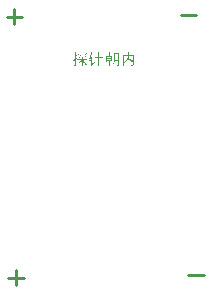
<source format=gto>
G04*
G04 #@! TF.GenerationSoftware,Altium Limited,Altium Designer,21.7.2 (23)*
G04*
G04 Layer_Color=65535*
%FSLAX25Y25*%
%MOIN*%
G70*
G04*
G04 #@! TF.SameCoordinates,8300F03B-7B83-4255-BAC5-FFB0951DAD17*
G04*
G04*
G04 #@! TF.FilePolarity,Positive*
G04*
G01*
G75*
%ADD10C,0.01000*%
G36*
X450062Y305379D02*
X449873Y305251D01*
Y301544D01*
Y301538D01*
Y301533D01*
Y301516D01*
X449868Y301494D01*
X449857Y301438D01*
X449829Y301366D01*
X449807Y301327D01*
X449779Y301289D01*
X449740Y301250D01*
X449696Y301211D01*
X449646Y301172D01*
X449585Y301133D01*
X449518Y301100D01*
X449435Y301067D01*
Y301072D01*
Y301078D01*
X449424Y301111D01*
X449402Y301155D01*
X449385Y301183D01*
X449363Y301216D01*
X449330Y301250D01*
X449291Y301283D01*
X449246Y301322D01*
X449185Y301355D01*
X449119Y301394D01*
X449041Y301433D01*
X448952Y301472D01*
X448847Y301505D01*
Y301583D01*
X448852D01*
X448869Y301577D01*
X448891D01*
X448919Y301572D01*
X448958Y301566D01*
X449002Y301561D01*
X449096Y301544D01*
X449196Y301533D01*
X449296Y301522D01*
X449385Y301516D01*
X449457D01*
X449474Y301522D01*
X449502Y301527D01*
X449529Y301544D01*
X449552Y301561D01*
X449579Y301594D01*
X449596Y301633D01*
X449602Y301688D01*
Y302948D01*
X448553D01*
Y302942D01*
X448547Y302915D01*
Y302876D01*
X448536Y302826D01*
X448530Y302765D01*
X448514Y302693D01*
X448497Y302609D01*
X448481Y302521D01*
X448430Y302332D01*
X448358Y302138D01*
X448314Y302038D01*
X448270Y301938D01*
X448214Y301849D01*
X448153Y301760D01*
X448147Y301755D01*
X448136Y301738D01*
X448120Y301716D01*
X448092Y301688D01*
X448059Y301649D01*
X448020Y301605D01*
X447975Y301555D01*
X447926Y301500D01*
X447864Y301444D01*
X447803Y301383D01*
X447659Y301261D01*
X447498Y301139D01*
X447315Y301022D01*
X447276Y301089D01*
X447282Y301094D01*
X447293Y301105D01*
X447315Y301122D01*
X447343Y301144D01*
X447381Y301178D01*
X447420Y301211D01*
X447509Y301300D01*
X447615Y301400D01*
X447715Y301516D01*
X447815Y301644D01*
X447903Y301771D01*
Y301777D01*
X447914Y301788D01*
X447926Y301805D01*
X447936Y301833D01*
X447953Y301866D01*
X447975Y301910D01*
X447998Y301955D01*
X448020Y302005D01*
X448070Y302127D01*
X448120Y302265D01*
X448170Y302421D01*
X448209Y302587D01*
Y302593D01*
X448214Y302609D01*
X448220Y302637D01*
X448225Y302676D01*
X448231Y302726D01*
X448236Y302787D01*
X448247Y302865D01*
X448258Y302948D01*
X448264Y303042D01*
X448275Y303153D01*
X448281Y303275D01*
X448286Y303409D01*
X448292Y303553D01*
X448297Y303714D01*
X448303Y303886D01*
Y304069D01*
Y304075D01*
Y304080D01*
Y304114D01*
Y304169D01*
Y304236D01*
Y304319D01*
Y304419D01*
Y304524D01*
Y304641D01*
X448297Y304763D01*
Y304890D01*
X448292Y305146D01*
Y305274D01*
X448286Y305390D01*
Y305501D01*
X448281Y305607D01*
X448597Y305440D01*
X449563D01*
X449751Y305651D01*
X450062Y305379D01*
D02*
G37*
G36*
X436759Y305462D02*
X438835D01*
X439007Y305673D01*
X439384Y305318D01*
X439373D01*
X439340Y305312D01*
X439290Y305290D01*
X439251Y305279D01*
X439212Y305257D01*
X439168Y305235D01*
X439118Y305201D01*
X439062Y305163D01*
X439001Y305113D01*
X438940Y305057D01*
X438868Y304996D01*
X438790Y304918D01*
X438712Y304835D01*
X438646Y304874D01*
X438879Y305340D01*
X436759D01*
Y305329D01*
X436764Y305301D01*
X436770Y305251D01*
X436775Y305196D01*
Y305135D01*
Y305074D01*
X436764Y305018D01*
X436748Y304968D01*
Y304963D01*
X436737Y304952D01*
X436726Y304929D01*
X436709Y304907D01*
X436664Y304857D01*
X436637Y304835D01*
X436603Y304813D01*
X436598D01*
X436587Y304807D01*
X436570Y304802D01*
X436548Y304796D01*
X436487D01*
X436459Y304802D01*
X436426Y304813D01*
X436420D01*
X436415Y304818D01*
X436387Y304841D01*
X436354Y304868D01*
X436348Y304879D01*
X436343Y304896D01*
Y304902D01*
Y304907D01*
X436348Y304924D01*
X436354Y304946D01*
X436365Y304974D01*
X436376Y305001D01*
X436398Y305040D01*
X436426Y305085D01*
X436431Y305096D01*
X436448Y305124D01*
X436476Y305168D01*
X436492Y305201D01*
X436509Y305240D01*
X436526Y305285D01*
X436548Y305334D01*
X436565Y305384D01*
X436587Y305446D01*
X436603Y305518D01*
X436626Y305590D01*
X436642Y305667D01*
X436659Y305756D01*
X436742D01*
X436759Y305462D01*
D02*
G37*
G36*
X453464Y305690D02*
X453253Y305545D01*
Y305540D01*
Y305529D01*
Y305507D01*
Y305473D01*
Y305434D01*
Y305390D01*
Y305340D01*
Y305285D01*
X453248Y305157D01*
Y305018D01*
X453242Y304863D01*
X453237Y304707D01*
X454513D01*
X454702Y304941D01*
X455057Y304669D01*
X454869Y304519D01*
Y301710D01*
Y301705D01*
Y301688D01*
Y301666D01*
X454863Y301633D01*
X454857Y301594D01*
X454846Y301549D01*
X454835Y301500D01*
X454818Y301449D01*
X454791Y301394D01*
X454763Y301339D01*
X454724Y301283D01*
X454674Y301228D01*
X454619Y301178D01*
X454552Y301128D01*
X454474Y301083D01*
X454386Y301044D01*
Y301050D01*
Y301061D01*
X454380Y301078D01*
X454369Y301100D01*
X454358Y301128D01*
X454341Y301155D01*
X454319Y301194D01*
X454286Y301228D01*
X454247Y301266D01*
X454197Y301311D01*
X454136Y301350D01*
X454058Y301389D01*
X453975Y301427D01*
X453875Y301466D01*
X453758Y301500D01*
X453631Y301527D01*
Y301605D01*
X453653D01*
X453686Y301599D01*
X453725D01*
X453770Y301594D01*
X453820D01*
X453942Y301588D01*
X454069Y301577D01*
X454191Y301572D01*
X454252D01*
X454308Y301566D01*
X454408D01*
X454430Y301572D01*
X454458Y301588D01*
X454497Y301616D01*
X454530Y301660D01*
X454541Y301688D01*
X454558Y301727D01*
X454569Y301771D01*
X454574Y301821D01*
Y301877D01*
Y301943D01*
Y304585D01*
X453237D01*
Y304580D01*
Y304563D01*
X453231Y304541D01*
Y304513D01*
X453226Y304474D01*
X453220Y304430D01*
X453203Y304324D01*
X453187Y304202D01*
X453165Y304069D01*
X453137Y303936D01*
X453109Y303808D01*
X453115D01*
X453120Y303803D01*
X453137Y303792D01*
X453159Y303781D01*
X453215Y303747D01*
X453281Y303708D01*
X453370Y303658D01*
X453464Y303597D01*
X453564Y303536D01*
X453670Y303470D01*
X453775Y303403D01*
X453875Y303337D01*
X453975Y303270D01*
X454058Y303203D01*
X454136Y303142D01*
X454191Y303092D01*
X454236Y303048D01*
X454247Y303026D01*
X454252Y303009D01*
Y303004D01*
X454258Y302981D01*
X454264Y302954D01*
X454269Y302915D01*
X454280Y302826D01*
X454286Y302782D01*
Y302737D01*
Y302732D01*
Y302709D01*
X454280Y302682D01*
Y302643D01*
X454258Y302559D01*
X454241Y302515D01*
X454219Y302476D01*
Y302471D01*
X454208Y302460D01*
X454186Y302432D01*
X454158Y302399D01*
X454147Y302387D01*
X454136Y302382D01*
X454125Y302387D01*
X454114Y302393D01*
X454097Y302404D01*
X454080Y302426D01*
X454058Y302460D01*
X454031Y302510D01*
X454008Y302571D01*
Y302576D01*
X454003Y302582D01*
X453997Y302598D01*
X453986Y302621D01*
X453958Y302671D01*
X453914Y302743D01*
X453858Y302832D01*
X453792Y302931D01*
X453714Y303037D01*
X453620Y303148D01*
X453614Y303153D01*
X453609Y303159D01*
X453592Y303176D01*
X453575Y303198D01*
X453520Y303259D01*
X453453Y303331D01*
X453370Y303420D01*
X453276Y303509D01*
X453176Y303608D01*
X453065Y303703D01*
Y303697D01*
X453054Y303681D01*
X453043Y303653D01*
X453026Y303614D01*
X453004Y303570D01*
X452982Y303514D01*
X452948Y303459D01*
X452915Y303392D01*
X452826Y303253D01*
X452721Y303103D01*
X452598Y302954D01*
X452460Y302809D01*
X452454Y302804D01*
X452443Y302793D01*
X452421Y302776D01*
X452388Y302748D01*
X452354Y302720D01*
X452310Y302682D01*
X452260Y302643D01*
X452205Y302604D01*
X452077Y302515D01*
X451927Y302421D01*
X451772Y302332D01*
X451600Y302254D01*
Y301172D01*
X451283Y301000D01*
Y301006D01*
Y301022D01*
Y301050D01*
X451289Y301089D01*
Y301139D01*
Y301189D01*
X451294Y301250D01*
Y301316D01*
X451300Y301461D01*
Y301610D01*
X451305Y301760D01*
Y301899D01*
Y303930D01*
Y303936D01*
Y303964D01*
Y303997D01*
Y304041D01*
Y304102D01*
Y304164D01*
Y304236D01*
Y304313D01*
X451300Y304474D01*
X451294Y304641D01*
Y304718D01*
X451289Y304791D01*
Y304857D01*
X451283Y304918D01*
X451600Y304707D01*
X452920D01*
Y304713D01*
Y304735D01*
Y304768D01*
X452926Y304807D01*
Y304863D01*
Y304929D01*
Y305001D01*
X452931Y305085D01*
Y305174D01*
Y305268D01*
Y305368D01*
Y305479D01*
X452926Y305706D01*
X452920Y305945D01*
X453464Y305690D01*
D02*
G37*
G36*
X447026D02*
X446854Y305562D01*
Y305185D01*
X447465D01*
X447692Y305418D01*
X448053Y305063D01*
X446854D01*
Y304452D01*
X447298D01*
X447465Y304641D01*
X447781Y304369D01*
X447609Y304241D01*
Y304236D01*
Y304230D01*
Y304197D01*
Y304141D01*
Y304075D01*
Y303991D01*
Y303892D01*
Y303786D01*
X447615Y303675D01*
Y303448D01*
Y303331D01*
X447620Y303220D01*
Y303115D01*
X447626Y303015D01*
Y302931D01*
X447631Y302859D01*
X447337Y302715D01*
Y302948D01*
X446854D01*
Y302293D01*
X447404D01*
X447631Y302526D01*
X447987Y302171D01*
X446854D01*
Y302166D01*
Y302138D01*
Y302104D01*
Y302055D01*
Y301993D01*
Y301927D01*
Y301855D01*
X446860Y301771D01*
Y301610D01*
X446865Y301444D01*
Y301366D01*
X446871Y301294D01*
Y301228D01*
X446876Y301172D01*
X446560Y301000D01*
Y301006D01*
Y301017D01*
Y301033D01*
X446566Y301061D01*
Y301100D01*
Y301144D01*
X446571Y301200D01*
Y301266D01*
Y301339D01*
X446577Y301427D01*
Y301522D01*
Y301627D01*
X446582Y301744D01*
Y301877D01*
Y302016D01*
Y302171D01*
X445706D01*
X445411Y302127D01*
X445245Y302293D01*
X446582D01*
Y302948D01*
X446061D01*
Y302759D01*
X445766Y302609D01*
Y302615D01*
Y302632D01*
Y302660D01*
X445772Y302698D01*
Y302743D01*
Y302793D01*
X445778Y302854D01*
Y302926D01*
Y302998D01*
X445783Y303076D01*
Y303242D01*
X445789Y303420D01*
Y303603D01*
Y303608D01*
Y303625D01*
Y303653D01*
Y303686D01*
Y303731D01*
Y303786D01*
Y303847D01*
Y303914D01*
X445783Y303986D01*
Y304064D01*
X445778Y304236D01*
X445772Y304413D01*
X445766Y304602D01*
X446083Y304452D01*
X446582D01*
Y305063D01*
X445789D01*
X445578Y305018D01*
X445411Y305185D01*
X446582D01*
Y305190D01*
Y305201D01*
Y305218D01*
Y305240D01*
Y305274D01*
Y305307D01*
Y305351D01*
Y305401D01*
X446577Y305512D01*
X446571Y305640D01*
X446566Y305784D01*
X446560Y305945D01*
X447026Y305690D01*
D02*
G37*
G36*
X438013Y304913D02*
X438035Y304902D01*
X438063Y304890D01*
X438096Y304879D01*
X438135Y304863D01*
X438230Y304824D01*
X438341Y304774D01*
X438463Y304724D01*
X438590Y304663D01*
X438718Y304596D01*
X438724D01*
X438735Y304591D01*
X438751Y304580D01*
X438773Y304569D01*
X438829Y304535D01*
X438896Y304491D01*
X438962Y304447D01*
X439023Y304391D01*
X439051Y304369D01*
X439073Y304341D01*
X439084Y304313D01*
X439095Y304291D01*
Y304286D01*
X439101Y304269D01*
Y304247D01*
X439107Y304214D01*
X439101Y304175D01*
X439095Y304130D01*
X439084Y304086D01*
X439068Y304036D01*
Y304030D01*
X439056Y304019D01*
X439045Y303997D01*
X439034Y303975D01*
X439018Y303953D01*
X438996Y303930D01*
X438979Y303919D01*
X438962Y303914D01*
X438951D01*
X438923Y303925D01*
X438907Y303941D01*
X438884Y303958D01*
X438857Y303986D01*
X438835Y304019D01*
X438829Y304030D01*
X438812Y304052D01*
X438785Y304091D01*
X438751Y304136D01*
X438701Y304197D01*
X438646Y304258D01*
X438585Y304324D01*
X438513Y304397D01*
X438502Y304408D01*
X438474Y304430D01*
X438429Y304469D01*
X438368Y304524D01*
X438291Y304591D01*
X438196Y304669D01*
X438085Y304757D01*
X437958Y304857D01*
X437996Y304918D01*
X438002D01*
X438013Y304913D01*
D02*
G37*
G36*
X437641Y304730D02*
X437430Y304669D01*
X437425Y304663D01*
X437403Y304635D01*
X437364Y304602D01*
X437319Y304552D01*
X437258Y304497D01*
X437192Y304430D01*
X437120Y304358D01*
X437036Y304280D01*
X436864Y304119D01*
X436681Y303964D01*
X436592Y303886D01*
X436504Y303819D01*
X436420Y303758D01*
X436343Y303703D01*
X436298Y303769D01*
X436304Y303775D01*
X436326Y303797D01*
X436359Y303831D01*
X436398Y303869D01*
X436448Y303925D01*
X436509Y303991D01*
X436576Y304064D01*
X436642Y304147D01*
X436715Y304236D01*
X436792Y304330D01*
X436870Y304435D01*
X436947Y304546D01*
X437092Y304780D01*
X437164Y304902D01*
X437225Y305024D01*
X437641Y304730D01*
D02*
G37*
G36*
X438019Y304041D02*
X437830Y303914D01*
Y303431D01*
X438712D01*
X438984Y303703D01*
X439384Y303309D01*
X438041D01*
X438047Y303298D01*
X438058Y303275D01*
X438074Y303237D01*
X438102Y303187D01*
X438130Y303120D01*
X438168Y303053D01*
X438207Y302970D01*
X438257Y302887D01*
X438363Y302709D01*
X438485Y302532D01*
X438552Y302443D01*
X438618Y302360D01*
X438690Y302288D01*
X438762Y302221D01*
X438768Y302216D01*
X438779Y302210D01*
X438801Y302193D01*
X438829Y302171D01*
X438862Y302143D01*
X438901Y302116D01*
X438996Y302055D01*
X439107Y301988D01*
X439223Y301932D01*
X439345Y301883D01*
X439406Y301866D01*
X439467Y301855D01*
Y301771D01*
X439451D01*
X439428Y301766D01*
X439406Y301760D01*
X439340Y301749D01*
X439262Y301727D01*
X439179Y301699D01*
X439107Y301660D01*
X439073Y301633D01*
X439045Y301610D01*
X439023Y301577D01*
X439007Y301544D01*
X438996Y301549D01*
X438973Y301577D01*
X438929Y301610D01*
X438879Y301666D01*
X438812Y301733D01*
X438740Y301816D01*
X438662Y301910D01*
X438574Y302016D01*
X438490Y302138D01*
X438402Y302271D01*
X438313Y302415D01*
X438230Y302571D01*
X438146Y302743D01*
X438074Y302920D01*
X438013Y303109D01*
X437958Y303309D01*
X437830D01*
Y301771D01*
Y301760D01*
Y301733D01*
Y301694D01*
X437836Y301633D01*
Y301561D01*
X437841Y301477D01*
X437847Y301383D01*
X437852Y301277D01*
X437536Y301150D01*
Y301155D01*
Y301172D01*
Y301194D01*
X437541Y301228D01*
Y301266D01*
Y301316D01*
X437547Y301422D01*
X437552Y301538D01*
Y301660D01*
X437558Y301771D01*
Y301877D01*
Y303131D01*
X437552Y303126D01*
X437541Y303109D01*
X437525Y303081D01*
X437508Y303053D01*
X437491Y303020D01*
X437436Y302937D01*
X437375Y302837D01*
X437297Y302726D01*
X437203Y302598D01*
X437103Y302460D01*
X436986Y302321D01*
X436864Y302171D01*
X436731Y302027D01*
X436587Y301883D01*
X436431Y301744D01*
X436270Y301610D01*
X436098Y301488D01*
X435921Y301377D01*
X435882Y301444D01*
X435887D01*
X435893Y301455D01*
X435926Y301483D01*
X435976Y301527D01*
X436037Y301583D01*
X436121Y301660D01*
X436209Y301749D01*
X436309Y301855D01*
X436420Y301977D01*
X436531Y302104D01*
X436648Y302249D01*
X436764Y302404D01*
X436881Y302565D01*
X436992Y302737D01*
X437097Y302920D01*
X437197Y303109D01*
X437286Y303309D01*
X436759D01*
X436703Y303303D01*
X436637D01*
X436559Y303292D01*
X436476Y303281D01*
X436387Y303264D01*
X436298Y303242D01*
X436109Y303431D01*
X437558D01*
Y303436D01*
Y303453D01*
Y303481D01*
Y303520D01*
Y303564D01*
Y303614D01*
Y303670D01*
Y303736D01*
X437552Y303869D01*
X437547Y304008D01*
X437541Y304141D01*
X437536Y304269D01*
X438019Y304041D01*
D02*
G37*
G36*
X435815Y305695D02*
X435649Y305545D01*
Y304646D01*
X435860D01*
X436093Y304879D01*
X436448Y304524D01*
X435649D01*
Y303642D01*
X436343Y304041D01*
X436381Y303975D01*
X435649Y303431D01*
Y301627D01*
Y301622D01*
Y301610D01*
Y301594D01*
X435643Y301566D01*
X435627Y301500D01*
X435599Y301422D01*
X435577Y301377D01*
X435549Y301333D01*
X435521Y301283D01*
X435482Y301239D01*
X435432Y301200D01*
X435382Y301155D01*
X435321Y301117D01*
X435249Y301083D01*
Y301089D01*
Y301094D01*
X435244Y301128D01*
X435227Y301172D01*
X435210Y301200D01*
X435194Y301233D01*
X435166Y301266D01*
X435133Y301300D01*
X435088Y301333D01*
X435038Y301372D01*
X434977Y301405D01*
X434905Y301438D01*
X434822Y301472D01*
X434727Y301505D01*
Y301583D01*
X434744D01*
X434766Y301577D01*
X434800D01*
X434833Y301572D01*
X434872Y301566D01*
X434961Y301555D01*
X435055Y301549D01*
X435144Y301538D01*
X435277D01*
X435288Y301544D01*
X435305Y301555D01*
X435327Y301572D01*
X435344Y301599D01*
X435360Y301638D01*
X435371Y301694D01*
X435377Y301771D01*
Y303264D01*
X435371Y303259D01*
X435360Y303253D01*
X435338Y303237D01*
X435310Y303220D01*
X435238Y303165D01*
X435155Y303109D01*
X435066Y303042D01*
X434983Y302981D01*
X434911Y302926D01*
X434877Y302904D01*
X434855Y302887D01*
X434772Y302759D01*
X434500Y303092D01*
X434506D01*
X434511Y303098D01*
X434528Y303103D01*
X434550Y303115D01*
X434583Y303126D01*
X434617Y303142D01*
X434661Y303165D01*
X434711Y303187D01*
X434772Y303209D01*
X434833Y303242D01*
X434905Y303275D01*
X434983Y303314D01*
X435072Y303359D01*
X435166Y303403D01*
X435266Y303459D01*
X435377Y303514D01*
Y304524D01*
X434894D01*
X434689Y304480D01*
X434517Y304646D01*
X435377D01*
Y304658D01*
Y304685D01*
Y304730D01*
Y304785D01*
Y304857D01*
Y304941D01*
Y305029D01*
Y305129D01*
X435371Y305334D01*
X435366Y305540D01*
Y305640D01*
X435360Y305740D01*
Y305828D01*
X435355Y305906D01*
X435815Y305695D01*
D02*
G37*
G36*
X441277Y305629D02*
X441105Y305507D01*
Y305501D01*
X441099Y305490D01*
X441088Y305473D01*
X441077Y305451D01*
X441049Y305390D01*
X441010Y305312D01*
X440971Y305223D01*
X440927Y305135D01*
X440888Y305040D01*
X440855Y304957D01*
X441548D01*
X441820Y305229D01*
X442153Y304835D01*
X440810D01*
Y304830D01*
X440805Y304818D01*
X440794Y304802D01*
X440777Y304774D01*
X440760Y304741D01*
X440738Y304702D01*
X440694Y304613D01*
X440633Y304508D01*
X440572Y304391D01*
X440505Y304269D01*
X440433Y304141D01*
X441293D01*
X441587Y304435D01*
X441943Y304019D01*
X441088D01*
Y303176D01*
X441548D01*
X441843Y303448D01*
X442198Y303053D01*
X441088D01*
Y301899D01*
X441987Y302465D01*
X442048Y302399D01*
X442037Y302387D01*
X442009Y302365D01*
X441959Y302321D01*
X441898Y302265D01*
X441826Y302199D01*
X441743Y302127D01*
X441654Y302043D01*
X441560Y301955D01*
X441365Y301766D01*
X441277Y301672D01*
X441193Y301577D01*
X441116Y301494D01*
X441049Y301411D01*
X440999Y301339D01*
X440960Y301272D01*
X440688Y301605D01*
X440694Y301610D01*
X440705Y301627D01*
X440727Y301655D01*
X440749Y301688D01*
X440766Y301733D01*
X440783Y301788D01*
X440794Y301849D01*
Y301916D01*
Y303053D01*
X440472D01*
X440433Y303048D01*
X440389D01*
X440328Y303037D01*
X440261Y303026D01*
X440183Y303009D01*
X440100Y302987D01*
X439911Y303176D01*
X440794D01*
Y304019D01*
X440394D01*
Y304014D01*
X440383Y304008D01*
X440372Y303986D01*
X440355Y303964D01*
X440311Y303908D01*
X440250Y303831D01*
X440183Y303747D01*
X440111Y303653D01*
X440033Y303559D01*
X439956Y303470D01*
X439889Y303514D01*
Y303520D01*
X439895Y303525D01*
X439906Y303542D01*
X439917Y303564D01*
X439933Y303592D01*
X439950Y303625D01*
X439994Y303708D01*
X440050Y303808D01*
X440105Y303930D01*
X440172Y304075D01*
X440244Y304230D01*
X440322Y304402D01*
X440394Y304585D01*
X440472Y304785D01*
X440544Y304991D01*
X440616Y305207D01*
X440683Y305434D01*
X440744Y305667D01*
X440794Y305906D01*
X441277Y305629D01*
D02*
G37*
G36*
X443580Y305651D02*
X443391Y305507D01*
Y304097D01*
X444168D01*
X444462Y304391D01*
X444817Y303975D01*
X443391D01*
Y301771D01*
Y301760D01*
Y301727D01*
Y301677D01*
X443397Y301610D01*
Y301527D01*
X443402Y301427D01*
X443408Y301322D01*
X443413Y301211D01*
X443075Y301039D01*
Y301044D01*
Y301050D01*
Y301067D01*
Y301089D01*
Y301117D01*
Y301150D01*
X443080Y301189D01*
Y301233D01*
Y301283D01*
Y301339D01*
Y301400D01*
Y301466D01*
Y301544D01*
X443086Y301622D01*
Y301705D01*
Y301799D01*
Y301993D01*
X443091Y302216D01*
Y302454D01*
Y302720D01*
X443097Y303004D01*
Y303303D01*
Y303631D01*
Y303975D01*
X442525D01*
X442486Y303969D01*
X442442D01*
X442381Y303958D01*
X442314Y303947D01*
X442237Y303930D01*
X442153Y303908D01*
X441965Y304097D01*
X443097D01*
Y304102D01*
Y304108D01*
Y304141D01*
Y304191D01*
Y304263D01*
Y304352D01*
Y304452D01*
Y304563D01*
Y304691D01*
X443091Y304824D01*
Y304968D01*
Y305118D01*
X443086Y305268D01*
X443080Y305579D01*
X443075Y305884D01*
X443580Y305651D01*
D02*
G37*
%LPC*%
G36*
X449602Y305318D02*
X448575D01*
Y304263D01*
X449602D01*
Y305318D01*
D02*
G37*
G36*
Y304141D02*
X448575D01*
Y304136D01*
Y304114D01*
Y304086D01*
Y304041D01*
Y303991D01*
Y303930D01*
Y303864D01*
Y303786D01*
X448569Y303708D01*
Y303620D01*
X448564Y303442D01*
X448558Y303253D01*
X448553Y303070D01*
X449602D01*
Y304141D01*
D02*
G37*
G36*
X452920Y304585D02*
X451600D01*
Y302360D01*
X451605Y302365D01*
X451627Y302376D01*
X451655Y302393D01*
X451694Y302421D01*
X451744Y302449D01*
X451799Y302487D01*
X451860Y302537D01*
X451927Y302587D01*
X451999Y302648D01*
X452071Y302715D01*
X452149Y302787D01*
X452227Y302865D01*
X452304Y302948D01*
X452382Y303042D01*
X452454Y303137D01*
X452521Y303242D01*
X452526Y303248D01*
X452537Y303270D01*
X452554Y303298D01*
X452576Y303342D01*
X452604Y303398D01*
X452637Y303464D01*
X452671Y303536D01*
X452704Y303625D01*
X452737Y303714D01*
X452776Y303819D01*
X452809Y303930D01*
X452837Y304047D01*
X452865Y304175D01*
X452893Y304302D01*
X452909Y304441D01*
X452920Y304585D01*
D02*
G37*
G36*
X447337Y304330D02*
X446061D01*
Y303764D01*
X447337D01*
Y304330D01*
D02*
G37*
G36*
Y303642D02*
X446061D01*
Y303070D01*
X447337D01*
Y303642D01*
D02*
G37*
%LPD*%
D10*
X470500Y318000D02*
X475748D01*
X473000Y231500D02*
X478248D01*
X413000Y230624D02*
X418248D01*
X415624Y233248D02*
Y228000D01*
X412500Y317624D02*
X417748D01*
X415124Y320248D02*
Y315000D01*
M02*

</source>
